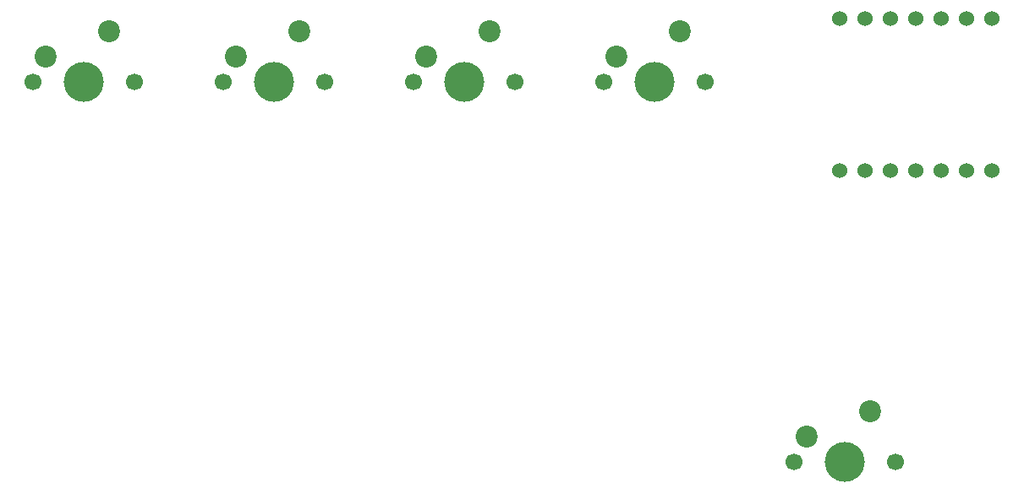
<source format=gbr>
%TF.GenerationSoftware,KiCad,Pcbnew,9.0.2*%
%TF.CreationDate,2025-06-28T02:05:05-07:00*%
%TF.ProjectId,Test,54657374-2e6b-4696-9361-645f70636258,rev?*%
%TF.SameCoordinates,Original*%
%TF.FileFunction,Soldermask,Bot*%
%TF.FilePolarity,Negative*%
%FSLAX46Y46*%
G04 Gerber Fmt 4.6, Leading zero omitted, Abs format (unit mm)*
G04 Created by KiCad (PCBNEW 9.0.2) date 2025-06-28 02:05:05*
%MOMM*%
%LPD*%
G01*
G04 APERTURE LIST*
%ADD10C,1.700000*%
%ADD11C,4.000000*%
%ADD12C,2.200000*%
%ADD13C,1.524000*%
G04 APERTURE END LIST*
D10*
%TO.C,SW23*%
X92710000Y-127000000D03*
D11*
X97790000Y-127000000D03*
D10*
X102870000Y-127000000D03*
D12*
X100330000Y-121920000D03*
X93980000Y-124460000D03*
%TD*%
D10*
%TO.C,SW24*%
X111760000Y-165100000D03*
D11*
X116840000Y-165100000D03*
D10*
X121920000Y-165100000D03*
D12*
X119380000Y-160020000D03*
X113030000Y-162560000D03*
%TD*%
D13*
%TO.C,U1*%
X131620000Y-120640000D03*
X129080000Y-120640000D03*
X126540000Y-120640000D03*
X124000000Y-120640000D03*
X121460000Y-120640000D03*
X118920000Y-120640000D03*
X116380000Y-120640000D03*
X116380000Y-135880000D03*
X118920000Y-135880000D03*
X121460000Y-135880000D03*
X124000000Y-135880000D03*
X126540000Y-135880000D03*
X129080000Y-135880000D03*
X131620000Y-135880000D03*
%TD*%
D10*
%TO.C,SW22*%
X73660000Y-127000000D03*
D11*
X78740000Y-127000000D03*
D10*
X83820000Y-127000000D03*
D12*
X81280000Y-121920000D03*
X74930000Y-124460000D03*
%TD*%
D10*
%TO.C,SW21*%
X54610000Y-127000000D03*
D11*
X59690000Y-127000000D03*
D10*
X64770000Y-127000000D03*
D12*
X62230000Y-121920000D03*
X55880000Y-124460000D03*
%TD*%
D10*
%TO.C,SW17*%
X35560000Y-127000000D03*
D11*
X40640000Y-127000000D03*
D10*
X45720000Y-127000000D03*
D12*
X43180000Y-121920000D03*
X36830000Y-124460000D03*
%TD*%
M02*

</source>
